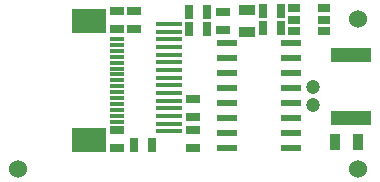
<source format=gts>
G04 (created by PCBNEW (2013-mar-13)-stable) date Tue 09 Jun 2015 10:24:56 AM CEST*
%MOIN*%
G04 Gerber Fmt 3.4, Leading zero omitted, Abs format*
%FSLAX34Y34*%
G01*
G70*
G90*
G04 APERTURE LIST*
%ADD10C,0.005906*%
%ADD11C,0.060000*%
%ADD12R,0.086614X0.015748*%
%ADD13R,0.118110X0.078740*%
%ADD14R,0.049213X0.011811*%
%ADD15R,0.045000X0.025000*%
%ADD16R,0.055000X0.035000*%
%ADD17R,0.035000X0.055000*%
%ADD18R,0.025000X0.045000*%
%ADD19R,0.070866X0.023622*%
%ADD20R,0.039400X0.027600*%
%ADD21R,0.133858X0.051181*%
%ADD22C,0.047200*%
G04 APERTURE END LIST*
G54D10*
G54D11*
X61171Y-44763D03*
X49852Y-44763D03*
G54D12*
X54875Y-43523D03*
X54875Y-43267D03*
X54875Y-43011D03*
X54875Y-42755D03*
X54875Y-42500D03*
X54875Y-42244D03*
X54875Y-41988D03*
X54875Y-41732D03*
X54875Y-41476D03*
X54875Y-41220D03*
X54875Y-40964D03*
X54875Y-40708D03*
X54875Y-40452D03*
X54875Y-40196D03*
X54875Y-39940D03*
G54D13*
X52220Y-39835D03*
X52220Y-43804D03*
G54D14*
X53135Y-43197D03*
X53135Y-43001D03*
X53135Y-42804D03*
X53135Y-42607D03*
X53135Y-42410D03*
X53135Y-42213D03*
X53135Y-42016D03*
X53135Y-41820D03*
X53135Y-41623D03*
X53135Y-41426D03*
X53135Y-41229D03*
X53135Y-41032D03*
X53135Y-40835D03*
X53135Y-40638D03*
X53135Y-40442D03*
G54D15*
X55674Y-43054D03*
X55674Y-42454D03*
X55672Y-44066D03*
X55672Y-43466D03*
G54D16*
X57482Y-40209D03*
X57482Y-39459D03*
G54D17*
X61171Y-43884D03*
X60421Y-43884D03*
G54D18*
X58604Y-40080D03*
X58004Y-40080D03*
X58604Y-39510D03*
X58004Y-39510D03*
G54D19*
X56815Y-40580D03*
X56815Y-41080D03*
X56815Y-41580D03*
X56815Y-42080D03*
X56815Y-42580D03*
X56815Y-43080D03*
X56815Y-43580D03*
X56815Y-44080D03*
X58940Y-44080D03*
X58940Y-43580D03*
X58940Y-43080D03*
X58940Y-42580D03*
X58940Y-42080D03*
X58940Y-41580D03*
X58940Y-41080D03*
X58940Y-40580D03*
G54D20*
X59066Y-40173D03*
X59066Y-39798D03*
X59066Y-39423D03*
X60066Y-39423D03*
X60066Y-39798D03*
X60066Y-40173D03*
G54D21*
X60942Y-43059D03*
X60942Y-40972D03*
G54D18*
X55560Y-39540D03*
X56160Y-39540D03*
X55560Y-40114D03*
X56160Y-40114D03*
G54D15*
X56686Y-40134D03*
X56686Y-39534D03*
G54D11*
X61172Y-39763D03*
G54D15*
X53156Y-40104D03*
X53156Y-39504D03*
G54D18*
X53726Y-43972D03*
X54326Y-43972D03*
G54D15*
X53156Y-43472D03*
X53156Y-44072D03*
X53726Y-40104D03*
X53726Y-39504D03*
G54D22*
X59674Y-42034D03*
X59674Y-42626D03*
M02*

</source>
